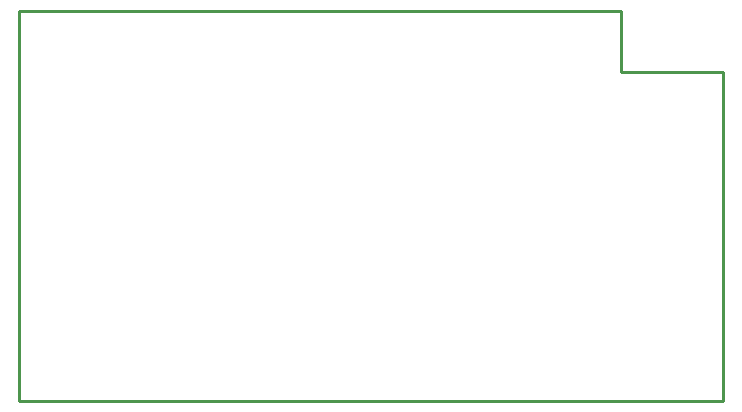
<source format=gko>
G04 Layer: BoardOutlineLayer*
G04 EasyEDA v6.5.22, 2023-01-18 22:00:42*
G04 8e8bbbff4294455ebee03c083efee197,a9f00e695b414744abbaf3eb758947ea,10*
G04 Gerber Generator version 0.2*
G04 Scale: 100 percent, Rotated: No, Reflected: No *
G04 Dimensions in millimeters *
G04 leading zeros omitted , absolute positions ,4 integer and 5 decimal *
%FSLAX45Y45*%
%MOMM*%

%ADD10C,0.2540*%
D10*
X7988300Y5588000D02*
G01*
X7988300Y8369300D01*
X7124700Y8369300D01*
X7124700Y8890000D01*
X2032000Y5588000D02*
G01*
X7988300Y5588000D01*
X4165600Y8890000D02*
G01*
X4165600Y8890000D01*
X2540000Y8890000D01*
X2032000Y8890000D01*
X2032000Y5588000D01*
X7124700Y8890000D02*
G01*
X4165600Y8890000D01*

%LPD*%
M02*

</source>
